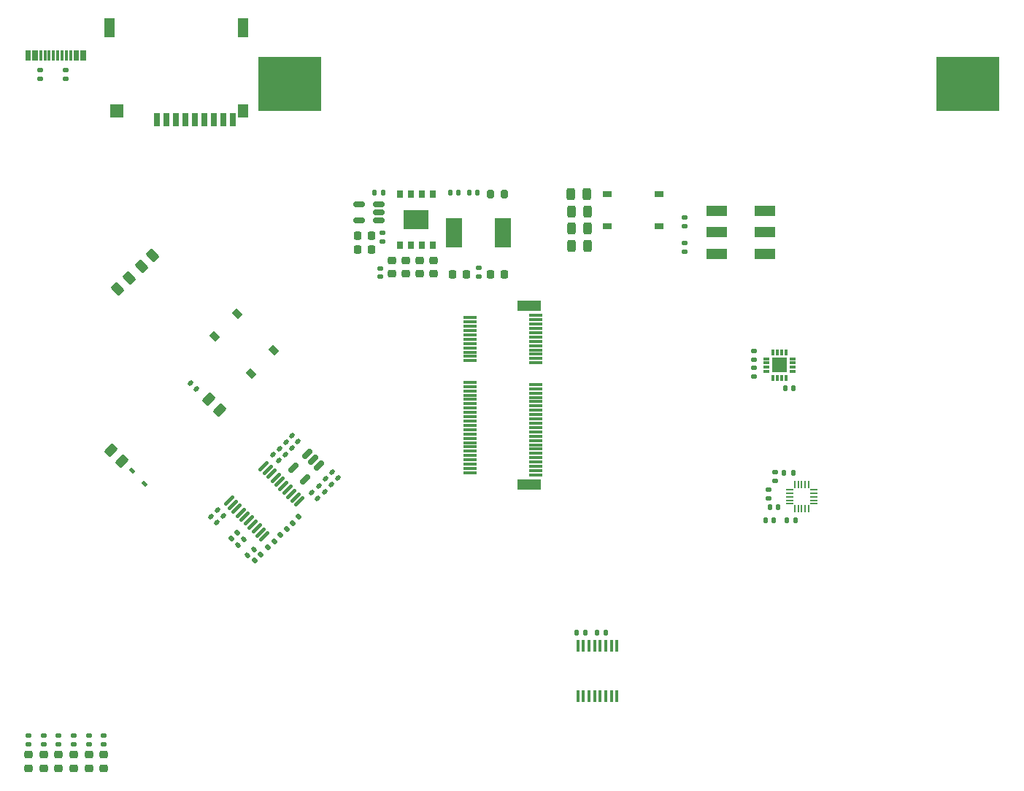
<source format=gbr>
%TF.GenerationSoftware,KiCad,Pcbnew,(6.0.5)*%
%TF.CreationDate,2022-06-18T00:07:38+02:00*%
%TF.ProjectId,clarinoid-devboard,636c6172-696e-46f6-9964-2d646576626f,rev?*%
%TF.SameCoordinates,Original*%
%TF.FileFunction,Paste,Top*%
%TF.FilePolarity,Positive*%
%FSLAX46Y46*%
G04 Gerber Fmt 4.6, Leading zero omitted, Abs format (unit mm)*
G04 Created by KiCad (PCBNEW (6.0.5)) date 2022-06-18 00:07:38*
%MOMM*%
%LPD*%
G01*
G04 APERTURE LIST*
G04 Aperture macros list*
%AMRoundRect*
0 Rectangle with rounded corners*
0 $1 Rounding radius*
0 $2 $3 $4 $5 $6 $7 $8 $9 X,Y pos of 4 corners*
0 Add a 4 corners polygon primitive as box body*
4,1,4,$2,$3,$4,$5,$6,$7,$8,$9,$2,$3,0*
0 Add four circle primitives for the rounded corners*
1,1,$1+$1,$2,$3*
1,1,$1+$1,$4,$5*
1,1,$1+$1,$6,$7*
1,1,$1+$1,$8,$9*
0 Add four rect primitives between the rounded corners*
20,1,$1+$1,$2,$3,$4,$5,0*
20,1,$1+$1,$4,$5,$6,$7,0*
20,1,$1+$1,$6,$7,$8,$9,0*
20,1,$1+$1,$8,$9,$2,$3,0*%
%AMRotRect*
0 Rectangle, with rotation*
0 The origin of the aperture is its center*
0 $1 length*
0 $2 width*
0 $3 Rotation angle, in degrees counterclockwise*
0 Add horizontal line*
21,1,$1,$2,0,0,$3*%
%AMFreePoly0*
4,1,14,0.354215,0.088284,0.450784,-0.008285,0.462500,-0.036569,0.462500,-0.060000,0.450784,-0.088284,0.422500,-0.100000,-0.422500,-0.100000,-0.450784,-0.088284,-0.462500,-0.060000,-0.462500,0.060000,-0.450784,0.088284,-0.422500,0.100000,0.325931,0.100000,0.354215,0.088284,0.354215,0.088284,$1*%
%AMFreePoly1*
4,1,14,0.450784,0.088284,0.462500,0.060000,0.462500,0.036569,0.450784,0.008285,0.354215,-0.088284,0.325931,-0.100000,-0.422500,-0.100000,-0.450784,-0.088284,-0.462500,-0.060000,-0.462500,0.060000,-0.450784,0.088284,-0.422500,0.100000,0.422500,0.100000,0.450784,0.088284,0.450784,0.088284,$1*%
%AMFreePoly2*
4,1,14,0.088284,0.450784,0.100000,0.422500,0.100000,-0.422500,0.088284,-0.450784,0.060000,-0.462500,-0.060000,-0.462500,-0.088284,-0.450784,-0.100000,-0.422500,-0.100000,0.325931,-0.088284,0.354215,0.008285,0.450784,0.036569,0.462500,0.060000,0.462500,0.088284,0.450784,0.088284,0.450784,$1*%
%AMFreePoly3*
4,1,14,-0.008285,0.450784,0.088284,0.354215,0.100000,0.325931,0.100000,-0.422500,0.088284,-0.450784,0.060000,-0.462500,-0.060000,-0.462500,-0.088284,-0.450784,-0.100000,-0.422500,-0.100000,0.422500,-0.088284,0.450784,-0.060000,0.462500,-0.036569,0.462500,-0.008285,0.450784,-0.008285,0.450784,$1*%
%AMFreePoly4*
4,1,14,0.450784,0.088284,0.462500,0.060000,0.462500,-0.060000,0.450784,-0.088284,0.422500,-0.100000,-0.325931,-0.100000,-0.354215,-0.088284,-0.450784,0.008285,-0.462500,0.036569,-0.462500,0.060000,-0.450784,0.088284,-0.422500,0.100000,0.422500,0.100000,0.450784,0.088284,0.450784,0.088284,$1*%
%AMFreePoly5*
4,1,14,0.450784,0.088284,0.462500,0.060000,0.462500,-0.060000,0.450784,-0.088284,0.422500,-0.100000,-0.422500,-0.100000,-0.450784,-0.088284,-0.462500,-0.060000,-0.462500,-0.036569,-0.450784,-0.008285,-0.354215,0.088284,-0.325931,0.100000,0.422500,0.100000,0.450784,0.088284,0.450784,0.088284,$1*%
%AMFreePoly6*
4,1,14,0.088284,0.450784,0.100000,0.422500,0.100000,-0.325931,0.088284,-0.354215,-0.008285,-0.450784,-0.036569,-0.462500,-0.060000,-0.462500,-0.088284,-0.450784,-0.100000,-0.422500,-0.100000,0.422500,-0.088284,0.450784,-0.060000,0.462500,0.060000,0.462500,0.088284,0.450784,0.088284,0.450784,$1*%
%AMFreePoly7*
4,1,14,0.088284,0.450784,0.100000,0.422500,0.100000,-0.422500,0.088284,-0.450784,0.060000,-0.462500,0.036569,-0.462500,0.008285,-0.450784,-0.088284,-0.354215,-0.100000,-0.325931,-0.100000,0.422500,-0.088284,0.450784,-0.060000,0.462500,0.060000,0.462500,0.088284,0.450784,0.088284,0.450784,$1*%
G04 Aperture macros list end*
%ADD10R,2.750000X1.200000*%
%ADD11R,1.550000X0.300000*%
%ADD12RoundRect,0.218750X0.256250X-0.218750X0.256250X0.218750X-0.256250X0.218750X-0.256250X-0.218750X0*%
%ADD13RoundRect,0.140000X-0.219203X-0.021213X-0.021213X-0.219203X0.219203X0.021213X0.021213X0.219203X0*%
%ADD14RoundRect,0.225000X0.225000X0.250000X-0.225000X0.250000X-0.225000X-0.250000X0.225000X-0.250000X0*%
%ADD15RoundRect,0.135000X0.185000X-0.135000X0.185000X0.135000X-0.185000X0.135000X-0.185000X-0.135000X0*%
%ADD16RoundRect,0.225000X-0.250000X0.225000X-0.250000X-0.225000X0.250000X-0.225000X0.250000X0.225000X0*%
%ADD17RoundRect,0.135000X-0.185000X0.135000X-0.185000X-0.135000X0.185000X-0.135000X0.185000X0.135000X0*%
%ADD18RotRect,0.600000X0.450000X315.000000*%
%ADD19RoundRect,0.140000X0.170000X-0.140000X0.170000X0.140000X-0.170000X0.140000X-0.170000X-0.140000X0*%
%ADD20RoundRect,0.135000X0.135000X0.185000X-0.135000X0.185000X-0.135000X-0.185000X0.135000X-0.185000X0*%
%ADD21RoundRect,0.140000X0.140000X0.170000X-0.140000X0.170000X-0.140000X-0.170000X0.140000X-0.170000X0*%
%ADD22R,0.450000X1.475000*%
%ADD23R,0.700000X0.950000*%
%ADD24R,2.850000X2.250000*%
%ADD25R,2.375000X1.300000*%
%ADD26RoundRect,0.140000X0.021213X-0.219203X0.219203X-0.021213X-0.021213X0.219203X-0.219203X0.021213X0*%
%ADD27R,7.340000X6.350000*%
%ADD28R,1.850000X3.500000*%
%ADD29RoundRect,0.135000X-0.135000X-0.185000X0.135000X-0.185000X0.135000X0.185000X-0.135000X0.185000X0*%
%ADD30RoundRect,0.243750X0.243750X0.456250X-0.243750X0.456250X-0.243750X-0.456250X0.243750X-0.456250X0*%
%ADD31RoundRect,0.140000X0.219203X0.021213X0.021213X0.219203X-0.219203X-0.021213X-0.021213X-0.219203X0*%
%ADD32RoundRect,0.243750X-0.243750X-0.456250X0.243750X-0.456250X0.243750X0.456250X-0.243750X0.456250X0*%
%ADD33RoundRect,0.150000X0.512500X0.150000X-0.512500X0.150000X-0.512500X-0.150000X0.512500X-0.150000X0*%
%ADD34RoundRect,0.135000X-0.035355X0.226274X-0.226274X0.035355X0.035355X-0.226274X0.226274X-0.035355X0*%
%ADD35RoundRect,0.250000X0.132583X-0.503814X0.503814X-0.132583X-0.132583X0.503814X-0.503814X0.132583X0*%
%ADD36RoundRect,0.250000X0.503814X0.132583X0.132583X0.503814X-0.503814X-0.132583X-0.132583X-0.503814X0*%
%ADD37FreePoly0,0.000000*%
%ADD38RoundRect,0.050000X-0.412500X-0.050000X0.412500X-0.050000X0.412500X0.050000X-0.412500X0.050000X0*%
%ADD39FreePoly1,0.000000*%
%ADD40FreePoly2,0.000000*%
%ADD41RoundRect,0.050000X-0.050000X-0.412500X0.050000X-0.412500X0.050000X0.412500X-0.050000X0.412500X0*%
%ADD42FreePoly3,0.000000*%
%ADD43FreePoly4,0.000000*%
%ADD44FreePoly5,0.000000*%
%ADD45FreePoly6,0.000000*%
%ADD46FreePoly7,0.000000*%
%ADD47R,0.700000X1.600000*%
%ADD48R,1.200000X1.500000*%
%ADD49R,1.200000X2.200000*%
%ADD50R,1.600000X1.500000*%
%ADD51RoundRect,0.135000X0.035355X-0.226274X0.226274X-0.035355X-0.035355X0.226274X-0.226274X0.035355X0*%
%ADD52RoundRect,0.100000X-0.380070X-0.521491X0.521491X0.380070X0.380070X0.521491X-0.521491X-0.380070X0*%
%ADD53R,0.300000X0.800000*%
%ADD54R,0.800000X0.300000*%
%ADD55R,1.800000X1.800000*%
%ADD56R,0.300000X1.150000*%
%ADD57RoundRect,0.200000X0.200000X0.275000X-0.200000X0.275000X-0.200000X-0.275000X0.200000X-0.275000X0*%
%ADD58RoundRect,0.225000X-0.225000X-0.250000X0.225000X-0.250000X0.225000X0.250000X-0.225000X0.250000X0*%
%ADD59RoundRect,0.140000X-0.140000X-0.170000X0.140000X-0.170000X0.140000X0.170000X-0.140000X0.170000X0*%
%ADD60R,1.000000X0.750000*%
%ADD61RoundRect,0.250000X-0.503814X-0.132583X-0.132583X-0.503814X0.503814X0.132583X0.132583X0.503814X0*%
%ADD62RotRect,1.000000X0.750000X315.000000*%
%ADD63RoundRect,0.150000X0.256326X0.468458X-0.468458X-0.256326X-0.256326X-0.468458X0.468458X0.256326X0*%
G04 APERTURE END LIST*
D10*
%TO.C,U3*%
X149698312Y-82784542D03*
X149698312Y-62084542D03*
D11*
X150473312Y-81684542D03*
X142923312Y-81434542D03*
X150473312Y-81184542D03*
X142923312Y-80934542D03*
X150473312Y-80684542D03*
X142923312Y-80434542D03*
X150473312Y-80184542D03*
X142923312Y-79934542D03*
X150473312Y-79684542D03*
X142923312Y-79434542D03*
X150473312Y-79184542D03*
X142923312Y-78934542D03*
X150473312Y-78684542D03*
X142923312Y-78434542D03*
X150473312Y-78184542D03*
X142923312Y-77934542D03*
X150473312Y-77684542D03*
X142923312Y-77434542D03*
X150473312Y-77184542D03*
X142923312Y-76934542D03*
X150473312Y-76684542D03*
X142923312Y-76434542D03*
X150473312Y-76184542D03*
X142923312Y-75934542D03*
X150473312Y-75684542D03*
X142923312Y-75434542D03*
X150473312Y-75184542D03*
X142923312Y-74934542D03*
X150473312Y-74684542D03*
X142923312Y-74434542D03*
X150473312Y-74184542D03*
X142923312Y-73934542D03*
X150473312Y-73684542D03*
X142923312Y-73434542D03*
X150473312Y-73184542D03*
X142923312Y-72934542D03*
X150473312Y-72684542D03*
X142923312Y-72434542D03*
X150473312Y-72184542D03*
X142923312Y-71934542D03*
X150473312Y-71684542D03*
X142923312Y-71434542D03*
X150473312Y-71184542D03*
X142923312Y-70934542D03*
X150473312Y-68684542D03*
X142923312Y-68434542D03*
X150473312Y-68184542D03*
X142923312Y-67934542D03*
X150473312Y-67684542D03*
X142923312Y-67434542D03*
X150473312Y-67184542D03*
X142923312Y-66934542D03*
X150473312Y-66684542D03*
X142923312Y-66434542D03*
X150473312Y-66184542D03*
X142923312Y-65934542D03*
X150473312Y-65684542D03*
X142923312Y-65434542D03*
X150473312Y-65184542D03*
X142923312Y-64934542D03*
X150473312Y-64684542D03*
X142923312Y-64434542D03*
X150473312Y-64184542D03*
X142923312Y-63934542D03*
X150473312Y-63684542D03*
X142923312Y-63434542D03*
X150473312Y-63184542D03*
%TD*%
D12*
%TO.C,D5*%
X91660804Y-115734534D03*
X91660804Y-114159534D03*
%TD*%
D13*
%TO.C,C4*%
X126883077Y-81371386D03*
X127561899Y-82050208D03*
%TD*%
D14*
%TO.C,C28*%
X131420804Y-55512034D03*
X129870804Y-55512034D03*
%TD*%
D15*
%TO.C,R38*%
X98660804Y-112947034D03*
X98660804Y-111927034D03*
%TD*%
D16*
%TO.C,C21*%
X135460804Y-56797034D03*
X135460804Y-58347034D03*
%TD*%
D12*
%TO.C,D7*%
X93410804Y-115734534D03*
X93410804Y-114159534D03*
%TD*%
D15*
%TO.C,R35*%
X93410804Y-112947034D03*
X93410804Y-111927034D03*
%TD*%
D17*
%TO.C,R40*%
X167760804Y-51837034D03*
X167760804Y-52857034D03*
%TD*%
D18*
%TO.C,D6*%
X103675702Y-81230055D03*
X105160626Y-82714979D03*
%TD*%
D19*
%TO.C,C23*%
X132460804Y-58657034D03*
X132460804Y-57697034D03*
%TD*%
D20*
%TO.C,R10*%
X132770804Y-48912034D03*
X131750804Y-48912034D03*
%TD*%
D19*
%TO.C,C26*%
X132745804Y-54572034D03*
X132745804Y-53612034D03*
%TD*%
D13*
%TO.C,C14*%
X122226946Y-77146256D03*
X122905768Y-77825078D03*
%TD*%
D21*
%TO.C,C25*%
X178140804Y-86947034D03*
X177180804Y-86947034D03*
%TD*%
D12*
%TO.C,D9*%
X96910804Y-115734534D03*
X96910804Y-114159534D03*
%TD*%
D14*
%TO.C,C18*%
X142435804Y-58397034D03*
X140885804Y-58397034D03*
%TD*%
D16*
%TO.C,C20*%
X137060804Y-56797034D03*
X137060804Y-58347034D03*
%TD*%
D22*
%TO.C,IC1*%
X155385804Y-107385034D03*
X156035804Y-107385034D03*
X156685804Y-107385034D03*
X157335804Y-107385034D03*
X157985804Y-107385034D03*
X158635804Y-107385034D03*
X159285804Y-107385034D03*
X159935804Y-107385034D03*
X159935804Y-101509034D03*
X159285804Y-101509034D03*
X158635804Y-101509034D03*
X157985804Y-101509034D03*
X157335804Y-101509034D03*
X156685804Y-101509034D03*
X156035804Y-101509034D03*
X155385804Y-101509034D03*
%TD*%
D23*
%TO.C,IC2*%
X138560804Y-49097034D03*
X137290804Y-49097034D03*
X136020804Y-49097034D03*
X134750804Y-49097034D03*
X134750804Y-55047034D03*
X136020804Y-55047034D03*
X137290804Y-55047034D03*
X138560804Y-55047034D03*
D24*
X136655804Y-52072034D03*
%TD*%
D25*
%TO.C,U10*%
X177118804Y-51032034D03*
X177118804Y-53532034D03*
X177118804Y-56032034D03*
X171492804Y-56032034D03*
X171492804Y-53532034D03*
X171492804Y-51032034D03*
%TD*%
D26*
%TO.C,C12*%
X117099730Y-90977956D03*
X117778552Y-90299134D03*
%TD*%
D27*
%TO.C,BT1*%
X121988304Y-36346568D03*
X200648304Y-36346568D03*
%TD*%
D28*
%TO.C,L1*%
X141060804Y-53612034D03*
X146660804Y-53612034D03*
%TD*%
D29*
%TO.C,R4*%
X179328304Y-81422514D03*
X180348304Y-81422514D03*
%TD*%
D17*
%TO.C,R41*%
X167760804Y-54747034D03*
X167760804Y-55767034D03*
%TD*%
D12*
%TO.C,D11*%
X100410804Y-115734534D03*
X100410804Y-114159534D03*
%TD*%
D30*
%TO.C,D1*%
X156518304Y-55096568D03*
X154643304Y-55096568D03*
%TD*%
D15*
%TO.C,R44*%
X175841565Y-70307523D03*
X175841565Y-69287523D03*
%TD*%
D21*
%TO.C,C15*%
X143740804Y-48897034D03*
X142780804Y-48897034D03*
%TD*%
D13*
%TO.C,C27*%
X110442714Y-71026505D03*
X111121536Y-71705327D03*
%TD*%
D31*
%TO.C,C8*%
X113501248Y-87229599D03*
X112822426Y-86550777D03*
%TD*%
%TO.C,C5*%
X126017038Y-83623354D03*
X125338216Y-82944532D03*
%TD*%
D26*
%TO.C,C9*%
X115982501Y-89832443D03*
X116661323Y-89153621D03*
%TD*%
D12*
%TO.C,D8*%
X95160804Y-115734534D03*
X95160804Y-114159534D03*
%TD*%
D32*
%TO.C,D2*%
X154643304Y-53096568D03*
X156518304Y-53096568D03*
%TD*%
D33*
%TO.C,U11*%
X132283304Y-52162034D03*
X132283304Y-51212034D03*
X132283304Y-50262034D03*
X130008304Y-50262034D03*
X130008304Y-52162034D03*
%TD*%
D34*
%TO.C,R6*%
X118613630Y-90913626D03*
X117892382Y-91634874D03*
%TD*%
D21*
%TO.C,C24*%
X178648304Y-85422514D03*
X177688304Y-85422514D03*
%TD*%
D13*
%TO.C,C11*%
X121519839Y-77853363D03*
X122198661Y-78532185D03*
%TD*%
D15*
%TO.C,R34*%
X91660804Y-112947034D03*
X91660804Y-111927034D03*
%TD*%
D31*
%TO.C,C6*%
X125225078Y-84387029D03*
X124546256Y-83708207D03*
%TD*%
D16*
%TO.C,C17*%
X138660804Y-56797034D03*
X138660804Y-58347034D03*
%TD*%
D35*
%TO.C,R21*%
X102015569Y-60092269D03*
X103306039Y-58801799D03*
%TD*%
D36*
%TO.C,R22*%
X113840362Y-74141310D03*
X112549892Y-72850840D03*
%TD*%
D32*
%TO.C,D4*%
X154580804Y-49096568D03*
X156455804Y-49096568D03*
%TD*%
D15*
%TO.C,R37*%
X96910804Y-112957034D03*
X96910804Y-111937034D03*
%TD*%
D37*
%TO.C,U4*%
X179960804Y-83422514D03*
D38*
X179960804Y-83822514D03*
X179960804Y-84222514D03*
X179960804Y-84622514D03*
D39*
X179960804Y-85022514D03*
D40*
X180548304Y-85610014D03*
D41*
X180948304Y-85610014D03*
X181348304Y-85610014D03*
X181748304Y-85610014D03*
D42*
X182148304Y-85610014D03*
D43*
X182735804Y-85022514D03*
D38*
X182735804Y-84622514D03*
X182735804Y-84222514D03*
X182735804Y-83822514D03*
D44*
X182735804Y-83422514D03*
D45*
X182148304Y-82835014D03*
D41*
X181748304Y-82835014D03*
X181348304Y-82835014D03*
X180948304Y-82835014D03*
D46*
X180548304Y-82835014D03*
%TD*%
D17*
%TO.C,R11*%
X143860804Y-57687034D03*
X143860804Y-58707034D03*
%TD*%
D47*
%TO.C,J3*%
X106525000Y-40437500D03*
X107625000Y-40437500D03*
X108725000Y-40437500D03*
X109825000Y-40437500D03*
X110925000Y-40437500D03*
X112025000Y-40437500D03*
X113125000Y-40437500D03*
X114225000Y-40437500D03*
X115325000Y-40437500D03*
D48*
X116525000Y-39437500D03*
D49*
X116525000Y-29837500D03*
X101025000Y-29837500D03*
D50*
X101925000Y-39437500D03*
%TD*%
D34*
%TO.C,R3*%
X123004763Y-86550777D03*
X122283515Y-87272025D03*
%TD*%
D31*
%TO.C,C13*%
X121420844Y-79310003D03*
X120742022Y-78631181D03*
%TD*%
D51*
%TO.C,R1*%
X119455088Y-90100452D03*
X120176336Y-89379204D03*
%TD*%
D12*
%TO.C,D10*%
X98660804Y-115734534D03*
X98660804Y-114159534D03*
%TD*%
D17*
%TO.C,R13*%
X177469108Y-83366464D03*
X177469108Y-84386464D03*
%TD*%
D13*
%TO.C,C3*%
X126138931Y-82115533D03*
X126817753Y-82794355D03*
%TD*%
D15*
%TO.C,R7*%
X93018304Y-35746568D03*
X93018304Y-34726568D03*
%TD*%
D52*
%TO.C,U1*%
X114903088Y-84689318D03*
X115362707Y-85148937D03*
X115822326Y-85608557D03*
X116281946Y-86068176D03*
X116741565Y-86527795D03*
X117201185Y-86987415D03*
X117660804Y-87447034D03*
X118120423Y-87906654D03*
X118580043Y-88366273D03*
X119039662Y-88825892D03*
X123087848Y-84777706D03*
X122628229Y-84318087D03*
X122168610Y-83858467D03*
X121708990Y-83398848D03*
X121249371Y-82939229D03*
X120789751Y-82479609D03*
X120330132Y-82019990D03*
X119870513Y-81560370D03*
X119410893Y-81100751D03*
X118951274Y-80641132D03*
%TD*%
D15*
%TO.C,R8*%
X96018304Y-35746568D03*
X96018304Y-34726568D03*
%TD*%
D30*
%TO.C,D3*%
X156518304Y-51096568D03*
X154643304Y-51096568D03*
%TD*%
D53*
%TO.C,IC4*%
X178016565Y-70447523D03*
X178516565Y-70447523D03*
X179016565Y-70447523D03*
X179516565Y-70447523D03*
D54*
X180266565Y-69697523D03*
X180266565Y-69197523D03*
X180266565Y-68697523D03*
X180266565Y-68197523D03*
D53*
X179516565Y-67447523D03*
X179016565Y-67447523D03*
X178516565Y-67447523D03*
X178016565Y-67447523D03*
D54*
X177266565Y-68197523D03*
X177266565Y-68697523D03*
X177266565Y-69197523D03*
X177266565Y-69697523D03*
D55*
X178766565Y-68947523D03*
%TD*%
D56*
%TO.C,J2*%
X98168304Y-33016568D03*
X97368304Y-33016568D03*
X96068304Y-33016568D03*
X95068304Y-33016568D03*
X94568304Y-33016568D03*
X93568304Y-33016568D03*
X92268304Y-33016568D03*
X91468304Y-33016568D03*
X91768304Y-33016568D03*
X92568304Y-33016568D03*
X93068304Y-33016568D03*
X94068304Y-33016568D03*
X95568304Y-33016568D03*
X96568304Y-33016568D03*
X97068304Y-33016568D03*
X97868304Y-33016568D03*
%TD*%
D31*
%TO.C,C10*%
X120713737Y-80017109D03*
X120034915Y-79338287D03*
%TD*%
D17*
%TO.C,R43*%
X175841565Y-67287523D03*
X175841565Y-68307523D03*
%TD*%
D15*
%TO.C,R36*%
X95160804Y-112957034D03*
X95160804Y-111937034D03*
%TD*%
D20*
%TO.C,R18*%
X156280804Y-99947034D03*
X155260804Y-99947034D03*
%TD*%
D57*
%TO.C,R9*%
X146885804Y-49097034D03*
X145235804Y-49097034D03*
%TD*%
D34*
%TO.C,R5*%
X115890577Y-88368733D03*
X115169329Y-89089981D03*
%TD*%
D16*
%TO.C,C22*%
X133860804Y-56797034D03*
X133860804Y-58347034D03*
%TD*%
D34*
%TO.C,R2*%
X121597620Y-87957919D03*
X120876372Y-88679167D03*
%TD*%
D15*
%TO.C,R14*%
X178269108Y-82386464D03*
X178269108Y-81366464D03*
%TD*%
D20*
%TO.C,R12*%
X180668304Y-86922514D03*
X179648304Y-86922514D03*
%TD*%
D58*
%TO.C,C19*%
X145285804Y-58397034D03*
X146835804Y-58397034D03*
%TD*%
D59*
%TO.C,C16*%
X140580804Y-48897034D03*
X141540804Y-48897034D03*
%TD*%
D29*
%TO.C,R17*%
X157650804Y-99947034D03*
X158670804Y-99947034D03*
%TD*%
D35*
%TO.C,R20*%
X104773285Y-57475973D03*
X106063755Y-56185503D03*
%TD*%
D59*
%TO.C,C30*%
X179461565Y-71607523D03*
X180421565Y-71607523D03*
%TD*%
D60*
%TO.C,SW1*%
X164823304Y-52822034D03*
X164823304Y-49072034D03*
X158823304Y-52822034D03*
X158823304Y-49072034D03*
%TD*%
D14*
%TO.C,C29*%
X131420804Y-53912034D03*
X129870804Y-53912034D03*
%TD*%
D13*
%TO.C,C7*%
X113600243Y-85772959D03*
X114279065Y-86451781D03*
%TD*%
D15*
%TO.C,R39*%
X100410804Y-112957034D03*
X100410804Y-111937034D03*
%TD*%
D61*
%TO.C,R19*%
X101236184Y-78790537D03*
X102526654Y-80081007D03*
%TD*%
D62*
%TO.C,SW6*%
X115865309Y-62999888D03*
X113213658Y-65651539D03*
X120107950Y-67242529D03*
X117456299Y-69894180D03*
%TD*%
D63*
%TO.C,U7*%
X125315234Y-80605776D03*
X124643483Y-79934025D03*
X123971732Y-79262274D03*
X122363064Y-80870942D03*
X123706566Y-82214444D03*
%TD*%
M02*

</source>
